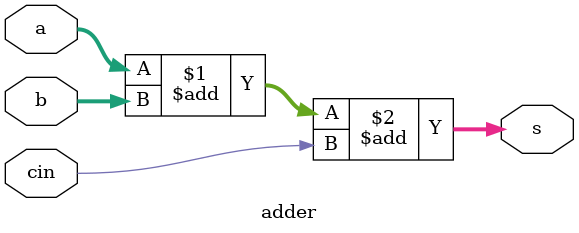
<source format=sv>

module adder #(parameter N = 8)
              (input  logic [N-1:0] a, b,
               input  logic         cin,
               output logic [N-1:0] s);

  assign {s} = a + b + cin;
endmodule

</source>
